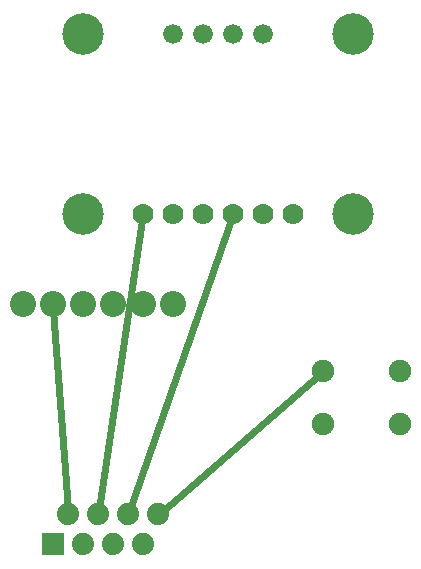
<source format=gtl>
G04 MADE WITH FRITZING*
G04 WWW.FRITZING.ORG*
G04 DOUBLE SIDED*
G04 HOLES PLATED*
G04 CONTOUR ON CENTER OF CONTOUR VECTOR*
%ASAXBY*%
%FSLAX23Y23*%
%MOIN*%
%OFA0B0*%
%SFA1.0B1.0*%
%ADD10C,0.087194*%
%ADD11C,0.138425*%
%ADD12C,0.070000*%
%ADD13C,0.066000*%
%ADD14C,0.075000*%
%ADD15C,0.074000*%
%ADD16C,0.024000*%
%ADD17R,0.001000X0.001000*%
%LNCOPPER1*%
G90*
G70*
G54D10*
X155Y927D03*
X255Y927D03*
X355Y927D03*
X455Y927D03*
X555Y927D03*
X655Y927D03*
G54D11*
X355Y1227D03*
X355Y1827D03*
G54D12*
X1055Y1227D03*
X955Y1227D03*
X855Y1227D03*
X755Y1227D03*
X655Y1227D03*
X555Y1227D03*
G54D11*
X1255Y1227D03*
G54D13*
X955Y1827D03*
G54D11*
X1255Y1827D03*
G54D13*
X855Y1827D03*
X755Y1827D03*
X655Y1827D03*
G54D14*
X1411Y527D03*
X1155Y527D03*
X1411Y704D03*
X1155Y704D03*
G54D15*
X605Y227D03*
X555Y127D03*
X505Y227D03*
X405Y227D03*
X305Y227D03*
X455Y127D03*
X355Y127D03*
X255Y127D03*
G54D16*
X303Y246D02*
X256Y908D01*
D02*
X408Y246D02*
X552Y1207D01*
D02*
X620Y239D02*
X1142Y692D01*
D02*
X511Y245D02*
X848Y1208D01*
G54D17*
X219Y163D02*
X292Y163D01*
X219Y162D02*
X292Y162D01*
X219Y161D02*
X292Y161D01*
X219Y160D02*
X292Y160D01*
X219Y159D02*
X292Y159D01*
X219Y158D02*
X292Y158D01*
X219Y157D02*
X292Y157D01*
X219Y156D02*
X292Y156D01*
X219Y155D02*
X292Y155D01*
X219Y154D02*
X292Y154D01*
X219Y153D02*
X292Y153D01*
X219Y152D02*
X292Y152D01*
X219Y151D02*
X292Y151D01*
X219Y150D02*
X292Y150D01*
X219Y149D02*
X292Y149D01*
X219Y148D02*
X292Y148D01*
X219Y147D02*
X292Y147D01*
X219Y146D02*
X250Y146D01*
X261Y146D02*
X292Y146D01*
X219Y145D02*
X247Y145D01*
X264Y145D02*
X292Y145D01*
X219Y144D02*
X245Y144D01*
X266Y144D02*
X292Y144D01*
X219Y143D02*
X243Y143D01*
X267Y143D02*
X292Y143D01*
X219Y142D02*
X242Y142D01*
X268Y142D02*
X292Y142D01*
X219Y141D02*
X241Y141D01*
X270Y141D02*
X292Y141D01*
X219Y140D02*
X240Y140D01*
X270Y140D02*
X292Y140D01*
X219Y139D02*
X239Y139D01*
X271Y139D02*
X292Y139D01*
X219Y138D02*
X239Y138D01*
X272Y138D02*
X292Y138D01*
X219Y137D02*
X238Y137D01*
X273Y137D02*
X292Y137D01*
X219Y136D02*
X237Y136D01*
X273Y136D02*
X292Y136D01*
X219Y135D02*
X237Y135D01*
X274Y135D02*
X292Y135D01*
X219Y134D02*
X236Y134D01*
X274Y134D02*
X292Y134D01*
X219Y133D02*
X236Y133D01*
X274Y133D02*
X292Y133D01*
X219Y132D02*
X236Y132D01*
X275Y132D02*
X292Y132D01*
X219Y131D02*
X236Y131D01*
X275Y131D02*
X292Y131D01*
X219Y130D02*
X235Y130D01*
X275Y130D02*
X292Y130D01*
X219Y129D02*
X235Y129D01*
X275Y129D02*
X292Y129D01*
X219Y128D02*
X235Y128D01*
X275Y128D02*
X292Y128D01*
X219Y127D02*
X235Y127D01*
X275Y127D02*
X292Y127D01*
X219Y126D02*
X235Y126D01*
X275Y126D02*
X292Y126D01*
X219Y125D02*
X235Y125D01*
X275Y125D02*
X292Y125D01*
X219Y124D02*
X235Y124D01*
X275Y124D02*
X292Y124D01*
X219Y123D02*
X236Y123D01*
X275Y123D02*
X292Y123D01*
X219Y122D02*
X236Y122D01*
X275Y122D02*
X292Y122D01*
X219Y121D02*
X236Y121D01*
X274Y121D02*
X292Y121D01*
X219Y120D02*
X236Y120D01*
X274Y120D02*
X292Y120D01*
X219Y119D02*
X237Y119D01*
X274Y119D02*
X292Y119D01*
X219Y118D02*
X237Y118D01*
X273Y118D02*
X292Y118D01*
X219Y117D02*
X238Y117D01*
X273Y117D02*
X292Y117D01*
X219Y116D02*
X239Y116D01*
X272Y116D02*
X292Y116D01*
X219Y115D02*
X239Y115D01*
X271Y115D02*
X292Y115D01*
X219Y114D02*
X240Y114D01*
X270Y114D02*
X292Y114D01*
X219Y113D02*
X241Y113D01*
X270Y113D02*
X292Y113D01*
X219Y112D02*
X242Y112D01*
X268Y112D02*
X292Y112D01*
X219Y111D02*
X243Y111D01*
X267Y111D02*
X292Y111D01*
X219Y110D02*
X245Y110D01*
X266Y110D02*
X292Y110D01*
X219Y109D02*
X247Y109D01*
X264Y109D02*
X292Y109D01*
X219Y108D02*
X250Y108D01*
X261Y108D02*
X292Y108D01*
X219Y107D02*
X292Y107D01*
X219Y106D02*
X292Y106D01*
X219Y105D02*
X292Y105D01*
X219Y104D02*
X292Y104D01*
X219Y103D02*
X292Y103D01*
X219Y102D02*
X292Y102D01*
X219Y101D02*
X292Y101D01*
X219Y100D02*
X292Y100D01*
X219Y99D02*
X292Y99D01*
X219Y98D02*
X292Y98D01*
X219Y97D02*
X292Y97D01*
X219Y96D02*
X292Y96D01*
X219Y95D02*
X292Y95D01*
X219Y94D02*
X292Y94D01*
X219Y93D02*
X292Y93D01*
X219Y92D02*
X292Y92D01*
X219Y91D02*
X292Y91D01*
D02*
G04 End of Copper1*
M02*
</source>
